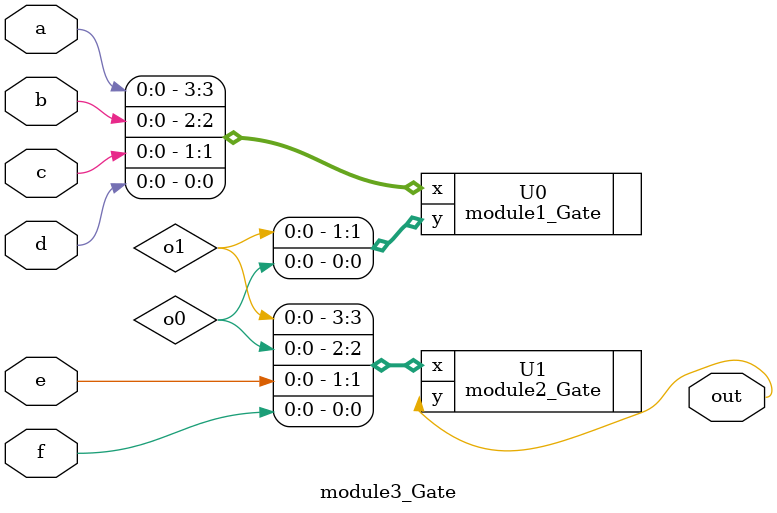
<source format=v>
module module3_DataFlow(
    input a,
    input b,
    input c,
    input d,
    input e,
    input f,
	 output out
    );
	 module1_DataFlow U0(.x({a,b,c,d}), .y({o1, o0}));
	 module2_DataFlow U1(.x({o1, o0, e, f}), .y(out));
endmodule

module module3_Behavioral(
    input a,
    input b,
    input c,
    input d,
    input e,
    input f,
	 output out
    );
	 module1_Behavioral U0(.x({a,b,c,d}), .y({o1, o0}));
	 module2_Behavioral U1(.x({o1, o0, e, f}), .y(out));

endmodule

module module3_Gate(
    input a,
    input b,
    input c,
    input d,
    input e,
    input f,
	 output out
    );
	 module1_Gate U0(.x({a,b,c,d}), .y({o1, o0}));
	 module2_Gate U1(.x({o1, o0, e, f}), .y(out));
endmodule


</source>
